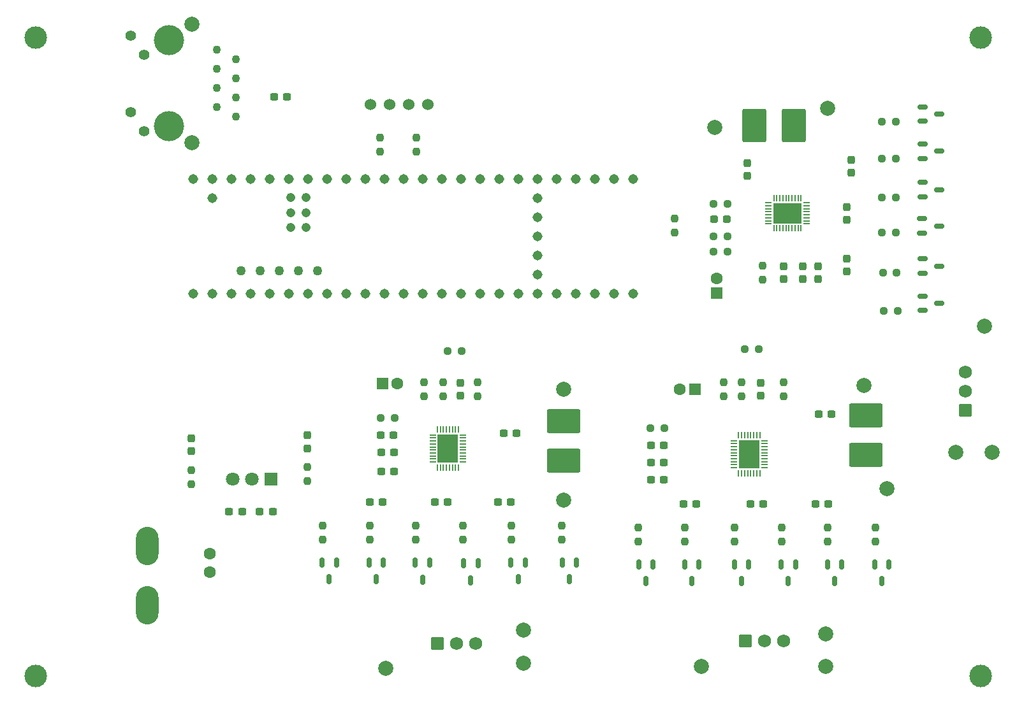
<source format=gbr>
%TF.GenerationSoftware,KiCad,Pcbnew,8.0.6*%
%TF.CreationDate,2025-01-24T20:25:43-06:00*%
%TF.ProjectId,BrushlessGimbalController_Hardware,42727573-686c-4657-9373-47696d62616c,rev?*%
%TF.SameCoordinates,Original*%
%TF.FileFunction,Soldermask,Top*%
%TF.FilePolarity,Negative*%
%FSLAX46Y46*%
G04 Gerber Fmt 4.6, Leading zero omitted, Abs format (unit mm)*
G04 Created by KiCad (PCBNEW 8.0.6) date 2025-01-24 20:25:43*
%MOMM*%
%LPD*%
G01*
G04 APERTURE LIST*
G04 Aperture macros list*
%AMRoundRect*
0 Rectangle with rounded corners*
0 $1 Rounding radius*
0 $2 $3 $4 $5 $6 $7 $8 $9 X,Y pos of 4 corners*
0 Add a 4 corners polygon primitive as box body*
4,1,4,$2,$3,$4,$5,$6,$7,$8,$9,$2,$3,0*
0 Add four circle primitives for the rounded corners*
1,1,$1+$1,$2,$3*
1,1,$1+$1,$4,$5*
1,1,$1+$1,$6,$7*
1,1,$1+$1,$8,$9*
0 Add four rect primitives between the rounded corners*
20,1,$1+$1,$2,$3,$4,$5,0*
20,1,$1+$1,$4,$5,$6,$7,0*
20,1,$1+$1,$6,$7,$8,$9,0*
20,1,$1+$1,$8,$9,$2,$3,0*%
G04 Aperture macros list end*
%ADD10RoundRect,0.237500X-0.237500X0.250000X-0.237500X-0.250000X0.237500X-0.250000X0.237500X0.250000X0*%
%ADD11C,2.000000*%
%ADD12RoundRect,0.237500X-0.237500X0.287500X-0.237500X-0.287500X0.237500X-0.287500X0.237500X0.287500X0*%
%ADD13RoundRect,0.237500X-0.300000X-0.237500X0.300000X-0.237500X0.300000X0.237500X-0.300000X0.237500X0*%
%ADD14RoundRect,0.237500X-0.237500X0.300000X-0.237500X-0.300000X0.237500X-0.300000X0.237500X0.300000X0*%
%ADD15C,3.000000*%
%ADD16RoundRect,0.150000X-0.512500X-0.150000X0.512500X-0.150000X0.512500X0.150000X-0.512500X0.150000X0*%
%ADD17RoundRect,0.237500X0.300000X0.237500X-0.300000X0.237500X-0.300000X-0.237500X0.300000X-0.237500X0*%
%ADD18RoundRect,0.250000X-0.620000X-0.620000X0.620000X-0.620000X0.620000X0.620000X-0.620000X0.620000X0*%
%ADD19C,1.740000*%
%ADD20RoundRect,0.150000X-0.150000X0.512500X-0.150000X-0.512500X0.150000X-0.512500X0.150000X0.512500X0*%
%ADD21RoundRect,0.237500X0.287500X0.237500X-0.287500X0.237500X-0.287500X-0.237500X0.287500X-0.237500X0*%
%ADD22RoundRect,0.237500X0.237500X-0.250000X0.237500X0.250000X-0.237500X0.250000X-0.237500X-0.250000X0*%
%ADD23RoundRect,0.237500X0.237500X-0.300000X0.237500X0.300000X-0.237500X0.300000X-0.237500X-0.300000X0*%
%ADD24RoundRect,0.237500X-0.250000X-0.237500X0.250000X-0.237500X0.250000X0.237500X-0.250000X0.237500X0*%
%ADD25O,3.000000X5.100000*%
%ADD26R,1.600000X1.600000*%
%ADD27C,1.600000*%
%ADD28C,1.308000*%
%ADD29C,1.258000*%
%ADD30C,1.208000*%
%ADD31RoundRect,0.250000X-1.975000X1.350000X-1.975000X-1.350000X1.975000X-1.350000X1.975000X1.350000X0*%
%ADD32RoundRect,0.250000X0.620000X-0.620000X0.620000X0.620000X-0.620000X0.620000X-0.620000X-0.620000X0*%
%ADD33RoundRect,0.237500X0.250000X0.237500X-0.250000X0.237500X-0.250000X-0.237500X0.250000X-0.237500X0*%
%ADD34RoundRect,0.237500X0.237500X-0.287500X0.237500X0.287500X-0.237500X0.287500X-0.237500X-0.287500X0*%
%ADD35C,1.524000*%
%ADD36R,1.800000X1.800000*%
%ADD37C,1.800000*%
%ADD38C,1.100000*%
%ADD39C,1.400000*%
%ADD40C,4.000000*%
%ADD41R,0.906066X0.192474*%
%ADD42R,0.192474X0.906066*%
%ADD43R,2.799999X3.800000*%
%ADD44R,3.800000X2.799999*%
%ADD45RoundRect,0.250000X-1.350000X-1.975000X1.350000X-1.975000X1.350000X1.975000X-1.350000X1.975000X0*%
G04 APERTURE END LIST*
D10*
%TO.C,R20*%
X141351000Y-113895500D03*
X141351000Y-115720500D03*
%TD*%
D11*
%TO.C,TP22*%
X211594000Y-104140000D03*
%TD*%
D12*
%TO.C,D2*%
X105273000Y-102254000D03*
X105273000Y-104004000D03*
%TD*%
D13*
%TO.C,C19*%
X188096499Y-110998000D03*
X189821499Y-110998000D03*
%TD*%
D11*
%TO.C,TP11*%
X194564000Y-95250000D03*
%TD*%
D14*
%TO.C,C23*%
X188468000Y-79401500D03*
X188468000Y-81126500D03*
%TD*%
D15*
%TO.C,H2*%
X84582000Y-133858000D03*
%TD*%
D11*
%TO.C,TP18*%
X189466999Y-132588000D03*
%TD*%
D16*
%TO.C,Q15*%
X202316500Y-63185000D03*
X202316500Y-65085000D03*
X204591500Y-64135000D03*
%TD*%
D17*
%TO.C,C14*%
X167987277Y-107815315D03*
X166262277Y-107815315D03*
%TD*%
D18*
%TO.C,Conn2*%
X137922000Y-129552000D03*
D19*
X140462000Y-129552000D03*
X143002000Y-129552000D03*
%TD*%
D20*
%TO.C,Q11*%
X166540999Y-119004500D03*
X164640999Y-119004500D03*
X165590999Y-121279500D03*
%TD*%
D10*
%TO.C,R32*%
X169418000Y-73105000D03*
X169418000Y-74930000D03*
%TD*%
D21*
%TO.C,D5*%
X176389000Y-73152000D03*
X174639000Y-73152000D03*
%TD*%
D11*
%TO.C,TP24*%
X206768000Y-104140000D03*
%TD*%
D13*
%TO.C,C12*%
X110252500Y-112019000D03*
X111977500Y-112019000D03*
%TD*%
D14*
%TO.C,C28*%
X179070000Y-65685500D03*
X179070000Y-67410500D03*
%TD*%
D22*
%TO.C,R11*%
X135128000Y-64158500D03*
X135128000Y-62333500D03*
%TD*%
D20*
%TO.C,Q12*%
X172646777Y-119004500D03*
X170746777Y-119004500D03*
X171696777Y-121279500D03*
%TD*%
D10*
%TO.C,R27*%
X196080777Y-114149500D03*
X196080777Y-115974500D03*
%TD*%
D11*
%TO.C,TP15*%
X149352000Y-127762000D03*
%TD*%
D20*
%TO.C,Q1*%
X136901000Y-118774000D03*
X135001000Y-118774000D03*
X135951000Y-121049000D03*
%TD*%
D10*
%TO.C,R10*%
X178290999Y-94845500D03*
X178290999Y-96670500D03*
%TD*%
D13*
%TO.C,C17*%
X179460499Y-110998000D03*
X181185499Y-110998000D03*
%TD*%
D15*
%TO.C,H4*%
X210058000Y-133858000D03*
%TD*%
D10*
%TO.C,R21*%
X147762000Y-113895500D03*
X147762000Y-115720500D03*
%TD*%
D23*
%TO.C,C26*%
X192278000Y-73252500D03*
X192278000Y-71527500D03*
%TD*%
D24*
%TO.C,R1*%
X130405500Y-99568000D03*
X132230500Y-99568000D03*
%TD*%
D12*
%TO.C,D3*%
X120650000Y-101882000D03*
X120650000Y-103632000D03*
%TD*%
D11*
%TO.C,TP14*%
X149352000Y-132207000D03*
%TD*%
%TO.C,TP13*%
X131064000Y-132842000D03*
%TD*%
D24*
%TO.C,R34*%
X196953500Y-74930000D03*
X198778500Y-74930000D03*
%TD*%
%TO.C,R35*%
X196953500Y-70237000D03*
X198778500Y-70237000D03*
%TD*%
D20*
%TO.C,Q3*%
X149601000Y-118750500D03*
X147701000Y-118750500D03*
X148651000Y-121025500D03*
%TD*%
D24*
%TO.C,R31*%
X174601500Y-75438000D03*
X176426500Y-75438000D03*
%TD*%
D22*
%TO.C,R15*%
X183896000Y-96670500D03*
X183896000Y-94845500D03*
%TD*%
D10*
%TO.C,R26*%
X189730777Y-114149500D03*
X189730777Y-115974500D03*
%TD*%
D25*
%TO.C,Conn1*%
X99396600Y-116551800D03*
X99396600Y-124425800D03*
%TD*%
D10*
%TO.C,R14*%
X130302000Y-62333500D03*
X130302000Y-64158500D03*
%TD*%
D11*
%TO.C,TP20*%
X174752000Y-60960000D03*
%TD*%
D26*
%TO.C,C2*%
X130616888Y-94996000D03*
D27*
X132616888Y-94996000D03*
%TD*%
D28*
%TO.C,U1*%
X108046000Y-83058000D03*
X110586000Y-83058000D03*
X113126000Y-83058000D03*
X115666000Y-83058000D03*
X141066000Y-83058000D03*
X110586000Y-67818000D03*
X151226000Y-77978000D03*
X118206000Y-83058000D03*
X120746000Y-83058000D03*
D29*
X111856000Y-80008000D03*
D28*
X123286000Y-83058000D03*
X125826000Y-83058000D03*
X128366000Y-83058000D03*
X130906000Y-83058000D03*
X133446000Y-83058000D03*
X135986000Y-83058000D03*
X138526000Y-83058000D03*
X138526000Y-67818000D03*
X135986000Y-67818000D03*
X133446000Y-67818000D03*
X130906000Y-67818000D03*
X128366000Y-67818000D03*
X125826000Y-67818000D03*
X123286000Y-67818000D03*
X120746000Y-67818000D03*
X118206000Y-67818000D03*
X115666000Y-67818000D03*
X113126000Y-67818000D03*
X143606000Y-83058000D03*
X146146000Y-83058000D03*
X148686000Y-83058000D03*
X151226000Y-83058000D03*
X153766000Y-83058000D03*
X156306000Y-83058000D03*
X158846000Y-83058000D03*
X161386000Y-83058000D03*
X163926000Y-83058000D03*
X163926000Y-67818000D03*
X161386000Y-67818000D03*
X158846000Y-67818000D03*
X156306000Y-67818000D03*
X153766000Y-67818000D03*
X151226000Y-67818000D03*
X148686000Y-67818000D03*
X146146000Y-67818000D03*
X143606000Y-67818000D03*
D29*
X116936000Y-80008000D03*
X114396000Y-80008000D03*
D28*
X105506000Y-83058000D03*
X141066000Y-67818000D03*
X108046000Y-67818000D03*
X151226000Y-75438000D03*
D30*
X120476000Y-72268000D03*
X118476000Y-72268000D03*
D28*
X151226000Y-70358000D03*
X151226000Y-72898000D03*
D30*
X118476000Y-70268000D03*
X120476000Y-70268000D03*
X120476000Y-74268000D03*
X118476000Y-74268000D03*
D29*
X119476000Y-80008000D03*
X122016000Y-80008000D03*
D28*
X151226000Y-80518000D03*
X105506000Y-67818000D03*
X108046000Y-70358000D03*
%TD*%
D10*
%TO.C,R17*%
X122682000Y-113895500D03*
X122682000Y-115720500D03*
%TD*%
D20*
%TO.C,Q10*%
X197893777Y-119010000D03*
X195993777Y-119010000D03*
X196943777Y-121285000D03*
%TD*%
D31*
%TO.C,R16*%
X194800999Y-99254000D03*
X194800999Y-104454000D03*
%TD*%
D24*
%TO.C,R37*%
X196953500Y-60198000D03*
X198778500Y-60198000D03*
%TD*%
D17*
%TO.C,C10*%
X116041500Y-112019000D03*
X114316500Y-112019000D03*
%TD*%
D13*
%TO.C,C5*%
X128931500Y-110744000D03*
X130656500Y-110744000D03*
%TD*%
D20*
%TO.C,Q6*%
X130739000Y-118750500D03*
X128839000Y-118750500D03*
X129789000Y-121025500D03*
%TD*%
D24*
%TO.C,R36*%
X196959500Y-65142000D03*
X198784500Y-65142000D03*
%TD*%
D11*
%TO.C,TP5*%
X154686000Y-95758000D03*
%TD*%
D18*
%TO.C,Conn3*%
X178808777Y-129163315D03*
D19*
X181348777Y-129163315D03*
X183888777Y-129163315D03*
%TD*%
D23*
%TO.C,C24*%
X186436000Y-81126500D03*
X186436000Y-79401500D03*
%TD*%
D32*
%TO.C,Conn4*%
X208038000Y-98552000D03*
D19*
X208038000Y-96012000D03*
X208038000Y-93472000D03*
%TD*%
D10*
%TO.C,R29*%
X170807777Y-114149500D03*
X170807777Y-115974500D03*
%TD*%
D33*
%TO.C,R13*%
X180594000Y-90424000D03*
X178769000Y-90424000D03*
%TD*%
D22*
%TO.C,R9*%
X175959676Y-96670500D03*
X175959676Y-94845500D03*
%TD*%
D13*
%TO.C,C16*%
X170587500Y-110998000D03*
X172312500Y-110998000D03*
%TD*%
D17*
%TO.C,C3*%
X132180500Y-106680000D03*
X130455500Y-106680000D03*
%TD*%
D10*
%TO.C,R24*%
X177411777Y-114149500D03*
X177411777Y-115974500D03*
%TD*%
D11*
%TO.C,TP23*%
X210578000Y-87376000D03*
%TD*%
D20*
%TO.C,Q9*%
X191617777Y-119004500D03*
X189717777Y-119004500D03*
X190667777Y-121279500D03*
%TD*%
D23*
%TO.C,C21*%
X183896000Y-81126500D03*
X183896000Y-79401500D03*
%TD*%
D34*
%TO.C,D4*%
X180830999Y-96633000D03*
X180830999Y-94883000D03*
%TD*%
D15*
%TO.C,H1*%
X210058000Y-49022000D03*
%TD*%
D35*
%TO.C,Conn15*%
X129032000Y-57912000D03*
X131572000Y-57912000D03*
X134112000Y-57912000D03*
X136652000Y-57912000D03*
X136652000Y-57912000D03*
%TD*%
D17*
%TO.C,C9*%
X117956500Y-56896000D03*
X116231500Y-56896000D03*
%TD*%
D36*
%TO.C,U3*%
X115824000Y-107696000D03*
D37*
X113284000Y-107696000D03*
X110744000Y-107696000D03*
%TD*%
D38*
%TO.C,J1*%
X108660500Y-50673000D03*
X111200500Y-51943000D03*
X108660500Y-53213000D03*
X111200500Y-54483000D03*
X108660500Y-55753000D03*
X111200500Y-57023000D03*
X108660500Y-58293000D03*
X111200500Y-59563000D03*
D39*
X97230500Y-48793000D03*
X99020500Y-51333000D03*
X97230500Y-58903000D03*
X99020500Y-61443000D03*
D40*
X102310500Y-49403000D03*
X102310500Y-60833000D03*
D11*
X105360500Y-47243000D03*
X105360500Y-62993000D03*
%TD*%
D10*
%TO.C,R19*%
X135062000Y-113895500D03*
X135062000Y-115720500D03*
%TD*%
D11*
%TO.C,TP12*%
X197612000Y-108966000D03*
%TD*%
D16*
%TO.C,Q18*%
X202316500Y-78431000D03*
X202316500Y-80331000D03*
X204591500Y-79381000D03*
%TD*%
D34*
%TO.C,D1*%
X140970000Y-96633000D03*
X140970000Y-94883000D03*
%TD*%
D20*
%TO.C,Q2*%
X143317000Y-118901000D03*
X141417000Y-118901000D03*
X142367000Y-121176000D03*
%TD*%
D16*
%TO.C,Q16*%
X202316500Y-58232000D03*
X202316500Y-60132000D03*
X204591500Y-59182000D03*
%TD*%
D14*
%TO.C,C25*%
X192278000Y-78385500D03*
X192278000Y-80110500D03*
%TD*%
D16*
%TO.C,Q17*%
X202316500Y-83378000D03*
X202316500Y-85278000D03*
X204591500Y-84328000D03*
%TD*%
D10*
%TO.C,R3*%
X138684000Y-94845500D03*
X138684000Y-96670500D03*
%TD*%
D23*
%TO.C,C27*%
X192913000Y-67004100D03*
X192913000Y-65279100D03*
%TD*%
D26*
%TO.C,C13*%
X172134112Y-95758000D03*
D27*
X170134112Y-95758000D03*
%TD*%
D24*
%TO.C,R40*%
X197068500Y-80264000D03*
X198893500Y-80264000D03*
%TD*%
D22*
%TO.C,R12*%
X120650000Y-107950000D03*
X120650000Y-106125000D03*
%TD*%
D41*
%TO.C,U4*%
X177320969Y-102594001D03*
X177320969Y-102994000D03*
X177320969Y-103393999D03*
X177320969Y-103794001D03*
X177320969Y-104194000D03*
X177320969Y-104594000D03*
X177320969Y-104993999D03*
X177320969Y-105394001D03*
X177320969Y-105794000D03*
X177320969Y-106193999D03*
D42*
X177924000Y-106897033D03*
X178323999Y-106897033D03*
X178724001Y-106897033D03*
X179124000Y-106897033D03*
X179524000Y-106897033D03*
X179923999Y-106897033D03*
X180324001Y-106897033D03*
X180724000Y-106897033D03*
D41*
X181327031Y-106193999D03*
X181327031Y-105794000D03*
X181327031Y-105394001D03*
X181327031Y-104993999D03*
X181327031Y-104594000D03*
X181327031Y-104194000D03*
X181327031Y-103794001D03*
X181327031Y-103393999D03*
X181327031Y-102994000D03*
X181327031Y-102594001D03*
D42*
X180724000Y-101890967D03*
X180324001Y-101890967D03*
X179923999Y-101890967D03*
X179524000Y-101890967D03*
X179124000Y-101890967D03*
X178724001Y-101890967D03*
X178323999Y-101890967D03*
X177924000Y-101890967D03*
D43*
X179324000Y-104394000D03*
%TD*%
D13*
%TO.C,C7*%
X145949500Y-110744000D03*
X147674500Y-110744000D03*
%TD*%
D26*
%TO.C,C22*%
X175006000Y-82997113D03*
D27*
X175006000Y-80997113D03*
%TD*%
D17*
%TO.C,C20*%
X190246000Y-99060000D03*
X188521000Y-99060000D03*
%TD*%
D33*
%TO.C,R4*%
X141120500Y-90678000D03*
X139295500Y-90678000D03*
%TD*%
D13*
%TO.C,C1*%
X130365937Y-101854000D03*
X132090937Y-101854000D03*
%TD*%
D22*
%TO.C,R5*%
X143256000Y-96670500D03*
X143256000Y-94845500D03*
%TD*%
D11*
%TO.C,TP17*%
X172956999Y-132588000D03*
%TD*%
D24*
%TO.C,R39*%
X197207500Y-85344000D03*
X199032500Y-85344000D03*
%TD*%
D20*
%TO.C,Q5*%
X124521000Y-118750500D03*
X122621000Y-118750500D03*
X123571000Y-121025500D03*
%TD*%
D22*
%TO.C,R8*%
X105273000Y-108359500D03*
X105273000Y-106534500D03*
%TD*%
D33*
%TO.C,R30*%
X176426500Y-77470000D03*
X174601500Y-77470000D03*
%TD*%
D42*
%TO.C,U5*%
X182604001Y-74376031D03*
X183004000Y-74376031D03*
X183403999Y-74376031D03*
X183804001Y-74376031D03*
X184204000Y-74376031D03*
X184604000Y-74376031D03*
X185003999Y-74376031D03*
X185404001Y-74376031D03*
X185804000Y-74376031D03*
X186203999Y-74376031D03*
D41*
X186907033Y-73773000D03*
X186907033Y-73373001D03*
X186907033Y-72972999D03*
X186907033Y-72573000D03*
X186907033Y-72173000D03*
X186907033Y-71773001D03*
X186907033Y-71372999D03*
X186907033Y-70973000D03*
D42*
X186203999Y-70369969D03*
X185804000Y-70369969D03*
X185404001Y-70369969D03*
X185003999Y-70369969D03*
X184604000Y-70369969D03*
X184204000Y-70369969D03*
X183804001Y-70369969D03*
X183403999Y-70369969D03*
X183004000Y-70369969D03*
X182604001Y-70369969D03*
D41*
X181900967Y-70973000D03*
X181900967Y-71372999D03*
X181900967Y-71773001D03*
X181900967Y-72173000D03*
X181900967Y-72573000D03*
X181900967Y-72972999D03*
X181900967Y-73373001D03*
X181900967Y-73773000D03*
D44*
X184404000Y-72373000D03*
%TD*%
D10*
%TO.C,R25*%
X183634777Y-114149500D03*
X183634777Y-115974500D03*
%TD*%
D24*
%TO.C,R7*%
X166212277Y-100957315D03*
X168037277Y-100957315D03*
%TD*%
D27*
%TO.C,C18*%
X107696000Y-120102000D03*
X107696000Y-117602000D03*
%TD*%
D16*
%TO.C,Q14*%
X202316500Y-68271000D03*
X202316500Y-70171000D03*
X204591500Y-69221000D03*
%TD*%
D22*
%TO.C,R23*%
X181102000Y-81176500D03*
X181102000Y-79351500D03*
%TD*%
D16*
%TO.C,Q13*%
X202310500Y-73097000D03*
X202310500Y-74997000D03*
X204585500Y-74047000D03*
%TD*%
D10*
%TO.C,R28*%
X164584777Y-114149500D03*
X164584777Y-115974500D03*
%TD*%
D13*
%TO.C,C15*%
X166262277Y-105529315D03*
X167987277Y-105529315D03*
%TD*%
D15*
%TO.C,H3*%
X84582000Y-49022000D03*
%TD*%
D13*
%TO.C,C4*%
X130455500Y-104140000D03*
X132180500Y-104140000D03*
%TD*%
D10*
%TO.C,R18*%
X128915937Y-113895500D03*
X128915937Y-115720500D03*
%TD*%
D11*
%TO.C,TP19*%
X189466999Y-128270000D03*
%TD*%
%TO.C,TP7*%
X154686000Y-110490000D03*
%TD*%
D13*
%TO.C,C6*%
X137567500Y-110744000D03*
X139292500Y-110744000D03*
%TD*%
D10*
%TO.C,R22*%
X154432000Y-113895500D03*
X154432000Y-115720500D03*
%TD*%
D20*
%TO.C,Q4*%
X156398000Y-118750500D03*
X154498000Y-118750500D03*
X155448000Y-121025500D03*
%TD*%
D45*
%TO.C,R38*%
X180026000Y-60706000D03*
X185226000Y-60706000D03*
%TD*%
D22*
%TO.C,R2*%
X136144000Y-96670500D03*
X136144000Y-94845500D03*
%TD*%
D11*
%TO.C,TP21*%
X189738000Y-58420000D03*
%TD*%
D17*
%TO.C,C8*%
X148436500Y-101600000D03*
X146711500Y-101600000D03*
%TD*%
D41*
%TO.C,U2*%
X137315969Y-101832001D03*
X137315969Y-102232000D03*
X137315969Y-102631999D03*
X137315969Y-103032001D03*
X137315969Y-103432000D03*
X137315969Y-103832000D03*
X137315969Y-104231999D03*
X137315969Y-104632001D03*
X137315969Y-105032000D03*
X137315969Y-105431999D03*
D42*
X137919000Y-106135033D03*
X138318999Y-106135033D03*
X138719001Y-106135033D03*
X139119000Y-106135033D03*
X139519000Y-106135033D03*
X139918999Y-106135033D03*
X140319001Y-106135033D03*
X140719000Y-106135033D03*
D41*
X141322031Y-105431999D03*
X141322031Y-105032000D03*
X141322031Y-104632001D03*
X141322031Y-104231999D03*
X141322031Y-103832000D03*
X141322031Y-103432000D03*
X141322031Y-103032001D03*
X141322031Y-102631999D03*
X141322031Y-102232000D03*
X141322031Y-101832001D03*
D42*
X140719000Y-101128967D03*
X140319001Y-101128967D03*
X139918999Y-101128967D03*
X139519000Y-101128967D03*
X139119000Y-101128967D03*
X138719001Y-101128967D03*
X138318999Y-101128967D03*
X137919000Y-101128967D03*
D43*
X139319000Y-103632000D03*
%TD*%
D20*
%TO.C,Q8*%
X185473777Y-119004500D03*
X183573777Y-119004500D03*
X184523777Y-121279500D03*
%TD*%
%TO.C,Q7*%
X179240999Y-119004500D03*
X177340999Y-119004500D03*
X178290999Y-121279500D03*
%TD*%
D13*
%TO.C,C11*%
X166262277Y-103243315D03*
X167987277Y-103243315D03*
%TD*%
D33*
%TO.C,R33*%
X176426500Y-71120000D03*
X174601500Y-71120000D03*
%TD*%
D31*
%TO.C,R6*%
X154686000Y-100016000D03*
X154686000Y-105216000D03*
%TD*%
M02*

</source>
